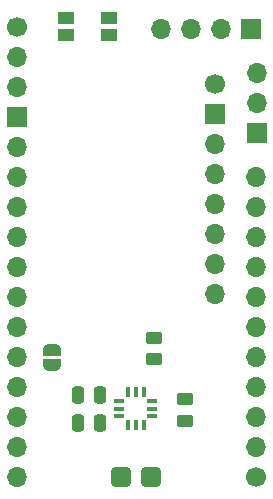
<source format=gbr>
%TF.GenerationSoftware,KiCad,Pcbnew,8.0.4*%
%TF.CreationDate,2024-08-29T19:37:46+02:00*%
%TF.ProjectId,wireless-wizard-wand,77697265-6c65-4737-932d-77697a617264,rev?*%
%TF.SameCoordinates,Original*%
%TF.FileFunction,Soldermask,Top*%
%TF.FilePolarity,Negative*%
%FSLAX46Y46*%
G04 Gerber Fmt 4.6, Leading zero omitted, Abs format (unit mm)*
G04 Created by KiCad (PCBNEW 8.0.4) date 2024-08-29 19:37:46*
%MOMM*%
%LPD*%
G01*
G04 APERTURE LIST*
G04 Aperture macros list*
%AMRoundRect*
0 Rectangle with rounded corners*
0 $1 Rounding radius*
0 $2 $3 $4 $5 $6 $7 $8 $9 X,Y pos of 4 corners*
0 Add a 4 corners polygon primitive as box body*
4,1,4,$2,$3,$4,$5,$6,$7,$8,$9,$2,$3,0*
0 Add four circle primitives for the rounded corners*
1,1,$1+$1,$2,$3*
1,1,$1+$1,$4,$5*
1,1,$1+$1,$6,$7*
1,1,$1+$1,$8,$9*
0 Add four rect primitives between the rounded corners*
20,1,$1+$1,$2,$3,$4,$5,0*
20,1,$1+$1,$4,$5,$6,$7,0*
20,1,$1+$1,$6,$7,$8,$9,0*
20,1,$1+$1,$8,$9,$2,$3,0*%
%AMFreePoly0*
4,1,25,-0.850000,0.425000,-0.829199,0.556332,-0.768832,0.674809,-0.674809,0.768832,-0.556332,0.829199,-0.425000,0.850000,0.425000,0.850000,0.556332,0.829199,0.674809,0.768832,0.768832,0.674809,0.829199,0.556332,0.850000,0.425000,0.850000,-0.425000,0.829199,-0.556332,0.768832,-0.674809,0.674809,-0.768832,0.556332,-0.829199,0.425000,-0.850000,-0.425000,-0.850000,-0.556332,-0.829199,
-0.674809,-0.768832,-0.768832,-0.674809,-0.829199,-0.556332,-0.850000,-0.425000,-0.850000,0.425000,-0.850000,0.425000,$1*%
%AMFreePoly1*
4,1,19,0.500000,-0.750000,0.000000,-0.750000,0.000000,-0.744911,-0.071157,-0.744911,-0.207708,-0.704816,-0.327430,-0.627875,-0.420627,-0.520320,-0.479746,-0.390866,-0.500000,-0.250000,-0.500000,0.250000,-0.479746,0.390866,-0.420627,0.520320,-0.327430,0.627875,-0.207708,0.704816,-0.071157,0.744911,0.000000,0.744911,0.000000,0.750000,0.500000,0.750000,0.500000,-0.750000,0.500000,-0.750000,
$1*%
%AMFreePoly2*
4,1,19,0.000000,0.744911,0.071157,0.744911,0.207708,0.704816,0.327430,0.627875,0.420627,0.520320,0.479746,0.390866,0.500000,0.250000,0.500000,-0.250000,0.479746,-0.390866,0.420627,-0.520320,0.327430,-0.627875,0.207708,-0.704816,0.071157,-0.744911,0.000000,-0.744911,0.000000,-0.750000,-0.500000,-0.750000,-0.500000,0.750000,0.000000,0.750000,0.000000,0.744911,0.000000,0.744911,
$1*%
G04 Aperture macros list end*
%ADD10R,1.700000X1.700000*%
%ADD11O,1.700000X1.700000*%
%ADD12RoundRect,0.250000X-0.450000X0.262500X-0.450000X-0.262500X0.450000X-0.262500X0.450000X0.262500X0*%
%ADD13C,1.700000*%
%ADD14RoundRect,0.250000X0.250000X0.475000X-0.250000X0.475000X-0.250000X-0.475000X0.250000X-0.475000X0*%
%ADD15R,1.400000X1.050000*%
%ADD16FreePoly0,270.000000*%
%ADD17R,0.950000X0.350000*%
%ADD18R,0.350000X0.950000*%
%ADD19RoundRect,0.250000X0.450000X-0.262500X0.450000X0.262500X-0.450000X0.262500X-0.450000X-0.262500X0*%
%ADD20FreePoly1,90.000000*%
%ADD21FreePoly2,90.000000*%
G04 APERTURE END LIST*
D10*
%TO.C,J5*%
X103251000Y-30480000D03*
D11*
X100711000Y-30480000D03*
X98171000Y-30480000D03*
X95631000Y-30480000D03*
%TD*%
D12*
%TO.C,R1*%
X95000000Y-56600000D03*
X95000000Y-58425000D03*
%TD*%
D13*
%TO.C,J2*%
X103700000Y-68360000D03*
D11*
X103700000Y-65820000D03*
X103700000Y-63280000D03*
X103700000Y-60740000D03*
X103700000Y-58200000D03*
X103700000Y-55660000D03*
X103700000Y-53120000D03*
X103700000Y-50580000D03*
X103700000Y-48040000D03*
X103700000Y-45500000D03*
X103700000Y-42960000D03*
%TD*%
D13*
%TO.C,J4*%
X100200000Y-35100000D03*
D10*
X100200000Y-37640000D03*
D11*
X100200000Y-40180000D03*
X100200000Y-42720000D03*
X100200000Y-45260000D03*
X100200000Y-47800000D03*
X100200000Y-50340000D03*
X100200000Y-52880000D03*
%TD*%
D14*
%TO.C,C1*%
X90500000Y-61400000D03*
X88600000Y-61400000D03*
%TD*%
%TO.C,C2*%
X90500000Y-63800000D03*
X88600000Y-63800000D03*
%TD*%
D10*
%TO.C,J6*%
X103759000Y-39243000D03*
D11*
X103759000Y-36703000D03*
X103759000Y-34163000D03*
%TD*%
D15*
%TO.C,S1*%
X91186000Y-30988000D03*
X87586000Y-30988000D03*
X91186000Y-29538000D03*
X87586000Y-29538000D03*
%TD*%
D13*
%TO.C,J1*%
X83400000Y-30260000D03*
D11*
X83400000Y-32800000D03*
X83400000Y-35340000D03*
D10*
X83400000Y-37880000D03*
D11*
X83400000Y-40420000D03*
X83400000Y-42960000D03*
X83400000Y-45500000D03*
X83400000Y-48040000D03*
X83400000Y-50580000D03*
X83400000Y-53120000D03*
X83400000Y-55660000D03*
X83400000Y-58200000D03*
X83400000Y-60740000D03*
X83400000Y-63280000D03*
X83400000Y-65820000D03*
X83400000Y-68360000D03*
%TD*%
D16*
%TO.C,J3*%
X94800000Y-68385000D03*
X92260000Y-68385000D03*
%TD*%
D17*
%TO.C,U2*%
X92100000Y-61950000D03*
X92100000Y-62600000D03*
X92100000Y-63250000D03*
D18*
X92850000Y-64000000D03*
X93500000Y-64000000D03*
X94150000Y-64000000D03*
D17*
X94900000Y-63250000D03*
X94900000Y-62600000D03*
X94900000Y-61950000D03*
D18*
X94150000Y-61200000D03*
X93500000Y-61200000D03*
X92850000Y-61200000D03*
%TD*%
D19*
%TO.C,R2*%
X97700000Y-63625000D03*
X97700000Y-61800000D03*
%TD*%
D20*
%TO.C,JP1*%
X86400000Y-58900000D03*
D21*
X86400000Y-57600000D03*
%TD*%
M02*

</source>
